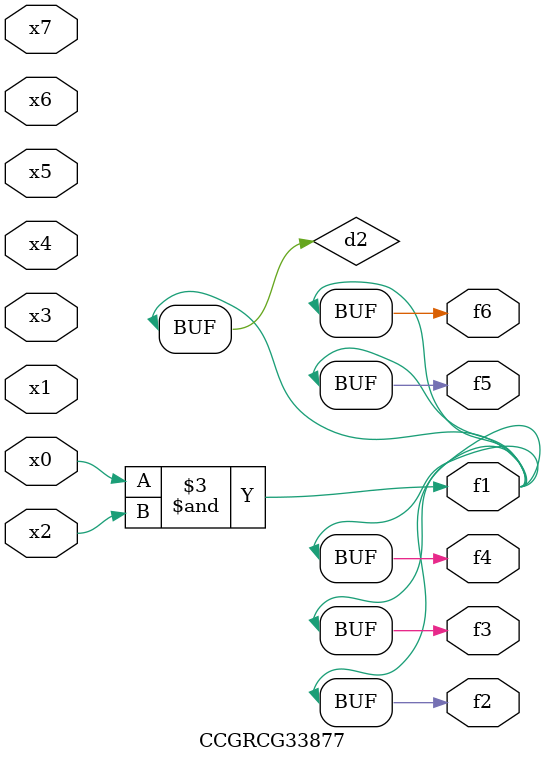
<source format=v>
module CCGRCG33877(
	input x0, x1, x2, x3, x4, x5, x6, x7,
	output f1, f2, f3, f4, f5, f6
);

	wire d1, d2;

	nor (d1, x3, x6);
	and (d2, x0, x2);
	assign f1 = d2;
	assign f2 = d2;
	assign f3 = d2;
	assign f4 = d2;
	assign f5 = d2;
	assign f6 = d2;
endmodule

</source>
